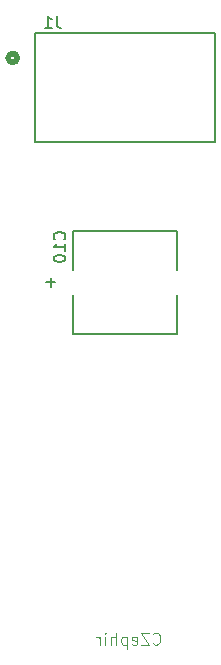
<source format=gbr>
%TF.GenerationSoftware,KiCad,Pcbnew,8.0.7*%
%TF.CreationDate,2025-02-24T23:51:06-05:00*%
%TF.ProjectId,pcb2,70636232-2e6b-4696-9361-645f70636258,rev?*%
%TF.SameCoordinates,Original*%
%TF.FileFunction,Legend,Bot*%
%TF.FilePolarity,Positive*%
%FSLAX46Y46*%
G04 Gerber Fmt 4.6, Leading zero omitted, Abs format (unit mm)*
G04 Created by KiCad (PCBNEW 8.0.7) date 2025-02-24 23:51:06*
%MOMM*%
%LPD*%
G01*
G04 APERTURE LIST*
%ADD10C,0.100000*%
%ADD11C,0.150000*%
%ADD12C,0.152400*%
%ADD13C,0.508000*%
G04 APERTURE END LIST*
D10*
X154877487Y-125075380D02*
X154925106Y-125123000D01*
X154925106Y-125123000D02*
X155067963Y-125170619D01*
X155067963Y-125170619D02*
X155163201Y-125170619D01*
X155163201Y-125170619D02*
X155306058Y-125123000D01*
X155306058Y-125123000D02*
X155401296Y-125027761D01*
X155401296Y-125027761D02*
X155448915Y-124932523D01*
X155448915Y-124932523D02*
X155496534Y-124742047D01*
X155496534Y-124742047D02*
X155496534Y-124599190D01*
X155496534Y-124599190D02*
X155448915Y-124408714D01*
X155448915Y-124408714D02*
X155401296Y-124313476D01*
X155401296Y-124313476D02*
X155306058Y-124218238D01*
X155306058Y-124218238D02*
X155163201Y-124170619D01*
X155163201Y-124170619D02*
X155067963Y-124170619D01*
X155067963Y-124170619D02*
X154925106Y-124218238D01*
X154925106Y-124218238D02*
X154877487Y-124265857D01*
X154544153Y-124170619D02*
X153877487Y-124170619D01*
X153877487Y-124170619D02*
X154544153Y-125170619D01*
X154544153Y-125170619D02*
X153877487Y-125170619D01*
X153115582Y-125123000D02*
X153210820Y-125170619D01*
X153210820Y-125170619D02*
X153401296Y-125170619D01*
X153401296Y-125170619D02*
X153496534Y-125123000D01*
X153496534Y-125123000D02*
X153544153Y-125027761D01*
X153544153Y-125027761D02*
X153544153Y-124646809D01*
X153544153Y-124646809D02*
X153496534Y-124551571D01*
X153496534Y-124551571D02*
X153401296Y-124503952D01*
X153401296Y-124503952D02*
X153210820Y-124503952D01*
X153210820Y-124503952D02*
X153115582Y-124551571D01*
X153115582Y-124551571D02*
X153067963Y-124646809D01*
X153067963Y-124646809D02*
X153067963Y-124742047D01*
X153067963Y-124742047D02*
X153544153Y-124837285D01*
X152639391Y-124503952D02*
X152639391Y-125503952D01*
X152639391Y-124551571D02*
X152544153Y-124503952D01*
X152544153Y-124503952D02*
X152353677Y-124503952D01*
X152353677Y-124503952D02*
X152258439Y-124551571D01*
X152258439Y-124551571D02*
X152210820Y-124599190D01*
X152210820Y-124599190D02*
X152163201Y-124694428D01*
X152163201Y-124694428D02*
X152163201Y-124980142D01*
X152163201Y-124980142D02*
X152210820Y-125075380D01*
X152210820Y-125075380D02*
X152258439Y-125123000D01*
X152258439Y-125123000D02*
X152353677Y-125170619D01*
X152353677Y-125170619D02*
X152544153Y-125170619D01*
X152544153Y-125170619D02*
X152639391Y-125123000D01*
X151734629Y-125170619D02*
X151734629Y-124170619D01*
X151306058Y-125170619D02*
X151306058Y-124646809D01*
X151306058Y-124646809D02*
X151353677Y-124551571D01*
X151353677Y-124551571D02*
X151448915Y-124503952D01*
X151448915Y-124503952D02*
X151591772Y-124503952D01*
X151591772Y-124503952D02*
X151687010Y-124551571D01*
X151687010Y-124551571D02*
X151734629Y-124599190D01*
X150829867Y-125170619D02*
X150829867Y-124503952D01*
X150829867Y-124170619D02*
X150877486Y-124218238D01*
X150877486Y-124218238D02*
X150829867Y-124265857D01*
X150829867Y-124265857D02*
X150782248Y-124218238D01*
X150782248Y-124218238D02*
X150829867Y-124170619D01*
X150829867Y-124170619D02*
X150829867Y-124265857D01*
X150353677Y-125170619D02*
X150353677Y-124503952D01*
X150353677Y-124694428D02*
X150306058Y-124599190D01*
X150306058Y-124599190D02*
X150258439Y-124551571D01*
X150258439Y-124551571D02*
X150163201Y-124503952D01*
X150163201Y-124503952D02*
X150067963Y-124503952D01*
D11*
X147359580Y-90857142D02*
X147407200Y-90809523D01*
X147407200Y-90809523D02*
X147454819Y-90666666D01*
X147454819Y-90666666D02*
X147454819Y-90571428D01*
X147454819Y-90571428D02*
X147407200Y-90428571D01*
X147407200Y-90428571D02*
X147311961Y-90333333D01*
X147311961Y-90333333D02*
X147216723Y-90285714D01*
X147216723Y-90285714D02*
X147026247Y-90238095D01*
X147026247Y-90238095D02*
X146883390Y-90238095D01*
X146883390Y-90238095D02*
X146692914Y-90285714D01*
X146692914Y-90285714D02*
X146597676Y-90333333D01*
X146597676Y-90333333D02*
X146502438Y-90428571D01*
X146502438Y-90428571D02*
X146454819Y-90571428D01*
X146454819Y-90571428D02*
X146454819Y-90666666D01*
X146454819Y-90666666D02*
X146502438Y-90809523D01*
X146502438Y-90809523D02*
X146550057Y-90857142D01*
X147454819Y-91809523D02*
X147454819Y-91238095D01*
X147454819Y-91523809D02*
X146454819Y-91523809D01*
X146454819Y-91523809D02*
X146597676Y-91428571D01*
X146597676Y-91428571D02*
X146692914Y-91333333D01*
X146692914Y-91333333D02*
X146740533Y-91238095D01*
X146454819Y-92428571D02*
X146454819Y-92523809D01*
X146454819Y-92523809D02*
X146502438Y-92619047D01*
X146502438Y-92619047D02*
X146550057Y-92666666D01*
X146550057Y-92666666D02*
X146645295Y-92714285D01*
X146645295Y-92714285D02*
X146835771Y-92761904D01*
X146835771Y-92761904D02*
X147073866Y-92761904D01*
X147073866Y-92761904D02*
X147264342Y-92714285D01*
X147264342Y-92714285D02*
X147359580Y-92666666D01*
X147359580Y-92666666D02*
X147407200Y-92619047D01*
X147407200Y-92619047D02*
X147454819Y-92523809D01*
X147454819Y-92523809D02*
X147454819Y-92428571D01*
X147454819Y-92428571D02*
X147407200Y-92333333D01*
X147407200Y-92333333D02*
X147359580Y-92285714D01*
X147359580Y-92285714D02*
X147264342Y-92238095D01*
X147264342Y-92238095D02*
X147073866Y-92190476D01*
X147073866Y-92190476D02*
X146835771Y-92190476D01*
X146835771Y-92190476D02*
X146645295Y-92238095D01*
X146645295Y-92238095D02*
X146550057Y-92285714D01*
X146550057Y-92285714D02*
X146502438Y-92333333D01*
X146502438Y-92333333D02*
X146454819Y-92428571D01*
X146728434Y-71954819D02*
X146728434Y-72669104D01*
X146728434Y-72669104D02*
X146776053Y-72811961D01*
X146776053Y-72811961D02*
X146871291Y-72907200D01*
X146871291Y-72907200D02*
X147014148Y-72954819D01*
X147014148Y-72954819D02*
X147109386Y-72954819D01*
X145728434Y-72954819D02*
X146299862Y-72954819D01*
X146014148Y-72954819D02*
X146014148Y-71954819D01*
X146014148Y-71954819D02*
X146109386Y-72097676D01*
X146109386Y-72097676D02*
X146204624Y-72192914D01*
X146204624Y-72192914D02*
X146299862Y-72240533D01*
D12*
%TO.C,C10*%
X145845200Y-94500000D02*
X146607200Y-94500000D01*
X146226200Y-94119000D02*
X146226200Y-94881000D01*
X148118500Y-90118500D02*
X148118500Y-93417960D01*
X148118500Y-95582040D02*
X148118500Y-98881500D01*
X148118500Y-98881500D02*
X156881500Y-98881500D01*
X156881500Y-90118500D02*
X148118500Y-90118500D01*
X156881500Y-93417960D02*
X156881500Y-90118500D01*
X156881500Y-98881500D02*
X156881500Y-95582040D01*
%TO.C,J1*%
X144873000Y-73373000D02*
X144873000Y-82627000D01*
X144873000Y-82627000D02*
X160127001Y-82627000D01*
X160127001Y-73373000D02*
X144873000Y-73373000D01*
X160127001Y-82627000D02*
X160127001Y-73373000D01*
D13*
X143381000Y-75500000D02*
G75*
G02*
X142619000Y-75500000I-381000J0D01*
G01*
X142619000Y-75500000D02*
G75*
G02*
X143381000Y-75500000I381000J0D01*
G01*
%TD*%
M02*

</source>
